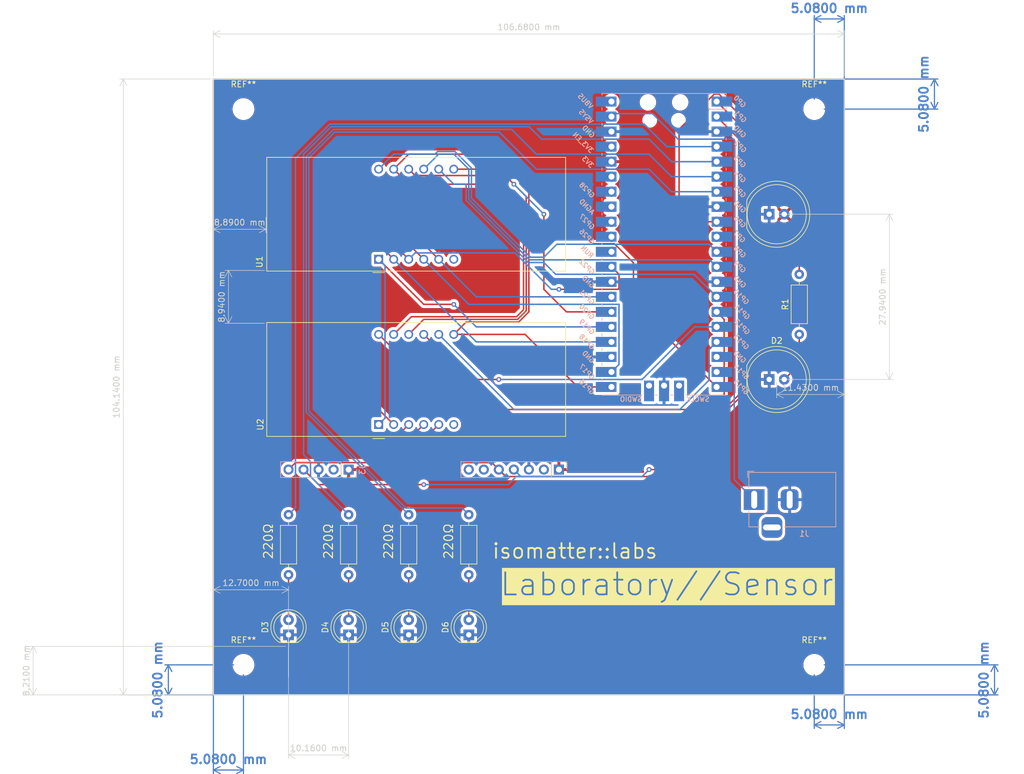
<source format=kicad_pcb>
(kicad_pcb (version 20221018) (generator pcbnew)
  (layers (0 "F.Cu" signal) (31 "B.Cu" signal) (34 "B.Paste" user) (35 "F.Paste" user) (36 "B.SilkS" user "B.Silkscreen") (37 "F.SilkS" user "F.Silkscreen") (38 "B.Mask" user) (39 "F.Mask" user) (44 "Edge.Cuts" user))
  (net 0 "")
  (net 1 "Net-(U1-e)")
  (net 2 "Net-(U1-d)")
  (net 3 "Net-(U1-DPX)")
  (net 4 "Net-(U1-c)")
  (net 5 "Net-(U1-g)")
  (net 7 "Net-(U1-b)")
  (net 8 "/SEL_R_3")
  (net 9 "/SEL_R_2")
  (net 10 "Net-(U1-f)")
  (net 11 "Net-(U1-a)")
  (net 12 "/SEL_R_1")
  (net 14 "/SEL_G_3")
  (net 15 "/SEL_G_2")
  (net 16 "/SEL_G_1")
  (net 17 "/SDA")
  (net 18 "GND")
  (net 19 "+3V3")
  (net 20 "/SCL")
  (net 21 "/ERR")
  (net 22 "Net-(D2-A)")
  (net 23 "Net-(D3-A)")
  (net 24 "Net-(D4-A)")
  (net 25 "Net-(D5-A)")
  (net 26 "Net-(D6-A)")
  (net 27 "+5V")
  (net 28 "/PROG_1")
  (net 29 "/PROG_2")
  (net 30 "/PROG_3")
  (net 31 "/PROG_4")
  (footprint "MountingHole:MountingHole_3.2mm_M3" (layer "F.Cu") (at 60.96 129.54)
    (fp_text reference "REF**")
    (fp_text value "MountingHole_3.2mm_M3")
  )
  (footprint "LED_THT:LED_D5.0mm" (layer "F.Cu") (at 68.58 124.46 90)
    (fp_text reference "D3")
    (fp_text value "PROG_LED_1")
  )
  (footprint "Resistor_THT:R_Axial_DIN0207_L6.3mm_D2.5mm_P10.16mm_Horizontal" (layer "F.Cu") (at 154.94 73.66 90)
    (fp_text reference "R1")
    (fp_text value "R_US")
  )
  (footprint "LED_THT:LED_D5.0mm" (layer "F.Cu") (at 78.74 124.46 90)
    (fp_text reference "D4")
    (fp_text value "PROG_LED_2")
  )
  (footprint "LED_THT:LED_D5.0mm" (layer "F.Cu") (at 99.06 124.46 90)
    (fp_text reference "D6")
    (fp_text value "PROG_LED_4")
  )
  (footprint "LED_THT:LED_D5.0mm" (layer "F.Cu") (at 88.9 124.46 90)
    (fp_text reference "D5")
    (fp_text value "PROG_LED_3")
  )
  (footprint "Resistor_THT:R_Axial_DIN0207_L6.3mm_D2.5mm_P10.16mm_Horizontal" (layer "F.Cu") (at 99.06 114.3 90)
    (fp_text reference "R5" hide)
    (fp_text value "R_US")
  )
  (footprint "LED_THT:LED_D10.0mm" (layer "F.Cu") (at 149.86 53.34)
    (fp_text reference "D1" hide)
    (fp_text value "PWR_LED")
  )
  (footprint "Resistor_THT:R_Axial_DIN0207_L6.3mm_D2.5mm_P10.16mm_Horizontal" (layer "F.Cu") (at 88.9 114.3 90)
    (fp_text reference "R4" hide)
    (fp_text value "R_US")
  )
  (footprint "LED_THT:LED_D10.0mm" (layer "F.Cu") (at 149.86 81.28)
    (fp_text reference "D2")
    (fp_text value "ERR_LED")
  )
  (footprint "Display_7Segment:CA56-12SYKWA" (layer "F.Cu") (at 83.82 88.9 90)
    (fp_text reference "U2")
    (fp_text value "CA56-12SYKWA" hide)
  )
  (footprint "Resistor_THT:R_Axial_DIN0207_L6.3mm_D2.5mm_P10.16mm_Horizontal" (layer "F.Cu") (at 68.58 114.3 90)
    (fp_text reference "R2" hide)
    (fp_text value "R_US")
  )
  (footprint "Resistor_THT:R_Axial_DIN0207_L6.3mm_D2.5mm_P10.16mm_Horizontal" (layer "F.Cu") (at 78.74 114.3 90)
    (fp_text reference "R3" hide)
    (fp_text value "R_US")
  )
  (footprint "MountingHole:MountingHole_3.2mm_M3" (layer "F.Cu") (at 157.48 35.56)
    (fp_text reference "REF**")
    (fp_text value "MountingHole_3.2mm_M3")
  )
  (footprint "MountingHole:MountingHole_3.2mm_M3" (layer "F.Cu") (at 60.96 35.56)
    (fp_text reference "REF**")
    (fp_text value "MountingHole_3.2mm_M3")
  )
  (footprint "Display_7Segment:CA56-12CGKWA" (layer "F.Cu") (at 83.82 60.96 90)
    (fp_text reference "U1")
    (fp_text value "CC56-12CGKWA" hide)
  )
  (footprint "MountingHole:MountingHole_3.2mm_M3" (layer "F.Cu") (at 157.48 129.54)
    (fp_text reference "REF**")
    (fp_text value "MountingHole_3.2mm_M3")
  )
  (footprint "Connector_BarrelJack:BarrelJack_Horizontal" (layer "B.Cu") (at 147.32 101.6 180)
    (fp_text reference "J1")
    (fp_text value "Barrel_Jack")
  )
  (footprint "MCU_RaspberryPi_and_Boards:RPi_Pico_SMD_TH" (layer "B.Cu") (at 132.08 58.42 180)
    (fp_text reference "U3" hide)
    (fp_text value "Pico")
  )
  (footprint "Connector_PinSocket_2.54mm:PinSocket_1x07_P2.54mm_Vertical" (layer "B.Cu") (at 114.3 96.52 90)
    (fp_text reference "J2" hide)
    (fp_text value "PMSA003I - Air Quality Sensor" hide)
  )
  (footprint "Connector_PinHeader_2.54mm:PinHeader_1x05_P2.54mm_Vertical" (layer "B.Cu") (at 78.74 96.52 90)
    (fp_text reference "J3")
    (fp_text value "Conn_01x05_Pin")
  )
  (gr_rect (start 55.88 30.48) (end 162.56 134.62) (stroke (width 0.2)) (fill none) (layer "F.Cu"))
  (gr_rect (start 55.88 30.48) (end 162.56 134.62) (stroke (width 0.2)) (fill none) (layer "Edge.Cuts"))
  (gr_text "220Ω" (at 66.04 111.76 90) (layer "F.SilkS") (effects (font (size 1.5 1.5) (thickness 0.1875)) (justify left bottom)))
  (gr_text "220Ω" (at 86.36 111.76 90) (layer "F.SilkS") (effects (font (size 1.5 1.5) (thickness 0.1875)) (justify left bottom)))
  (gr_text "isomatter::labs" (at 102.87 111.76) (layer "F.SilkS") (effects (font (size 2.5 2.5) (thickness 0.3) bold) (justify left bottom)))
  (gr_text "220Ω" (at 76.2 111.76 90) (layer "F.SilkS") (effects (font (size 1.5 1.5) (thickness 0.1875)) (justify left bottom)))
  (gr_text "Laboratory//Sensor" (at 104.14 118.11) (layer "F.SilkS" knockout) (effects (font (size 3.75 3.75) (thickness 0.3) bold) (justify left bottom)))
  (gr_text "220Ω" (at 96.52 111.76 90) (layer "F.SilkS") (effects (font (size 1.5 1.5) (thickness 0.1875)) (justify left bottom)))
  (dimension (type aligned) (layer "B.Cu") (pts (xy 157.48 35.56) (xy 157.48 30.48)) (height 20.32) (gr_text "5.0800 mm" (at 176 33.02 90) (layer "B.Cu") (effects (font (size 1.5 1.5) (thickness 0.3)))) (format (prefix "") (suffix "") (units 3) (units_format 1) (precision 4)) (style (thickness 0.2) (arrow_length 1.27) (text_position_mode 0) (extension_height 0.58642) (extension_offset 0.5) keep_text_aligned))
  (dimension (type aligned) (layer "B.Cu") (pts (xy 157.48 35.56) (xy 162.56 35.56)) (height -15.24) (gr_text "5.0800 mm" (at 160.02 18.52) (layer "B.Cu") (effects (font (size 1.5 1.5) (thickness 0.3)))) (format (prefix "") (suffix "") (units 3) (units_format 1) (precision 4)) (style (thickness 0.2) (arrow_length 1.27) (text_position_mode 0) (extension_height 0.58642) (extension_offset 0.5) keep_text_aligned))
  (dimension (type aligned) (layer "B.Cu") (pts (xy 60.96 129.54) (xy 60.96 134.62)) (height 12.7) (gr_text "5.0800 mm" (at 46.46 132.08 90) (layer "B.Cu") (effects (font (size 1.5 1.5) (thickness 0.3)))) (format (prefix "") (suffix "") (units 3) (units_format 1) (precision 4)) (style (thickness 0.2) (arrow_length 1.27) (text_position_mode 0) (extension_height 0.58642) (extension_offset 0.5) keep_text_aligned))
  (dimension (type aligned) (layer "B.Cu") (pts (xy 60.96 129.54) (xy 55.88 129.54)) (height -17.78) (gr_text "5.0800 mm" (at 58.42 145.52) (layer "B.Cu") (effects (font (size 1.5 1.5) (thickness 0.3)))) (format (prefix "") (suffix "") (units 3) (units_format 1) (precision 4)) (style (thickness 0.2) (arrow_length 1.27) (text_position_mode 0) (extension_height 0.58642) (extension_offset 0.5) keep_text_aligned))
  (dimension (type aligned) (layer "B.Cu") (pts (xy 157.48 129.54) (xy 157.48 134.62)) (height -30.48) (gr_text "5.0800 mm" (at 186.16 132.08 90) (layer "B.Cu") (effects (font (size 1.5 1.5) (thickness 0.3)))) (format (prefix "") (suffix "") (units 3) (units_format 1) (precision 4)) (style (thickness 0.2) (arrow_length 1.27) (text_position_mode 0) (extension_height 0.58642) (extension_offset 0.5) keep_text_aligned))
  (dimension (type aligned) (layer "B.Cu") (pts (xy 157.48 129.54) (xy 162.56 129.54)) (height 10.16) (gr_text "5.0800 mm" (at 160.02 137.9) (layer "B.Cu") (effects (font (size 1.5 1.5) (thickness 0.3)))) (format (prefix "") (suffix "") (units 3) (units_format 1) (precision 4)) (style (thickness 0.2) (arrow_length 1.27) (text_position_mode 0) (extension_height 0.58642) (extension_offset 0.5) keep_text_aligned))
  (dimension (type aligned) (layer "Edge.Cuts") (pts (xy 68.58 123.19) (xy 78.74 123.19)) (height 21.59) (gr_text "10.1600 mm" (at 73.66 143.63) (layer "Edge.Cuts") (effects (font (size 1 1) (thickness 0.15)))) (format (prefix "") (suffix "") (units 3) (units_format 1) (precision 4)) (style (thickness 0.1) (arrow_length 1.27) (text_position_mode 0) (extension_height 0.58642) (extension_offset 0.5) keep_text_aligned))
  (dimension (type aligned) (layer "Edge.Cuts") (pts (xy 162.56 30.48) (xy 55.88 30.48)) (height 7.619999) (gr_text "106.6800 mm" (at 109.22 21.710001) (layer "Edge.Cuts") (effects (font (size 1 1) (thickness 0.15)))) (format (prefix "") (suffix "") (units 3) (units_format 1) (precision 4)) (style (thickness 0.1) (arrow_length 1.27) (text_position_mode 0) (extension_height 0.58642) (extension_offset 0.5) keep_text_aligned))
  (dimension (type aligned) (layer "Edge.Cuts") (pts (xy 55.88 30.48) (xy 55.88 134.62)) (height 15.24) (gr_text "104.1400 mm" (at 39.49 82.55 90) (layer "Edge.Cuts") (effects (font (size 1 1) (thickness 0.15)))) (format (prefix "") (suffix "") (units 3) (units_format 1) (precision 4)) (style (thickness 0.1) (arrow_length 1.27) (text_position_mode 0) (extension_height 0.58642) (extension_offset 0.5) keep_text_aligned))
  (dimension (type aligned) (layer "Edge.Cuts") (pts (xy 68.58 132.08) (xy 55.88 132.08)) (height 15.239999) (gr_text "12.7000 mm" (at 62.23 115.690001) (layer "Edge.Cuts") (effects (font (size 1 1) (thickness 0.15)))) (format (prefix "") (suffix "") (units 3) (units_format 1) (precision 4)) (style (thickness 0.1) (arrow_length 1.27) (text_position_mode 0) (extension_height 0.58642) (extension_offset 0.5) keep_text_aligned))
  (dimension (type aligned) (layer "Edge.Cuts") (pts (xy 151.13 53.34) (xy 151.13 81.28)) (height -19.05) (gr_text "27.9400 mm" (at 169.03 67.31 90) (layer "Edge.Cuts") (effects (font (size 1 1) (thickness 0.15)))) (format (prefix "") (suffix "") (units 3) (units_format 1) (precision 4)) (style (thickness 0.1) (arrow_length 1.27) (text_position_mode 0) (extension_height 0.58642) (extension_offset 0.5) keep_text_aligned))
  (dimension (type aligned) (layer "Edge.Cuts") (pts (xy 65.02 62.84) (xy 65.02 71.78)) (height 6.6) (gr_text "8.9400 mm" (at 57.27 67.31 90) (layer "Edge.Cuts") (effects (font (size 1 1) (thickness 0.15)))) (format (prefix "") (suffix "") (units 3) (units_format 1) (precision 4)) (style (thickness 0.1) (arrow_length 1.27) (text_position_mode 0) (extension_height 0.58642) (extension_offset 0.5) keep_text_aligned))
  (dimension (type aligned) (layer "Edge.Cuts") (pts (xy 68.58 126.41) (xy 68.58 134.62)) (height 43.18) (gr_text "8.2100 mm" (at 24.25 130.515 90) (layer "Edge.Cuts") (effects (font (size 1 1) (thickness 0.15)))) (format (prefix "") (suffix "") (units 3) (units_format 1) (precision 4)) (style (thickness 0.1) (arrow_length 1.27) (text_position_mode 0) (extension_height 0.58642) (extension_offset 0.5) keep_text_aligned))
  (dimension (type aligned) (layer "Edge.Cuts") (pts (xy 151.13 81.28) (xy 162.56 81.28)) (height 2.54) (gr_text "11.4300 mm" (at 156.845 82.67) (layer "Edge.Cuts") (effects (font (size 1 1) (thickness 0.15)))) (format (prefix "") (suffix "") (units 3) (units_format 1) (precision 4)) (style (thickness 0.1) (arrow_length 1.27) (text_position_mode 0) (extension_height 0.58642) (extension_offset 0.5) keep_text_aligned))
  (dimension (type aligned) (layer "Edge.Cuts") (pts (xy 64.77 53.34) (xy 55.88 53.34)) (height -2.54) (gr_text "8.8900 mm" (at 60.325 54.73) (layer "Edge.Cuts") (effects (font (size 1 1) (thickness 0.15)))) (format (prefix "") (suffix "") (units 3) (units_format 1) (precision 4)) (style (thickness 0.1) (arrow_length 1.27) (text_position_mode 0) (extension_height 0.58642) (extension_offset 0.5) keep_text_aligned))
  (segment (start 96.52 68.58) (end 91.44 68.58) (width 0.25) (layer "F.Cu") (net 1))
  (segment (start 91.44 68.58) (end 83.82 60.96) (width 0.25) (layer "F.Cu") (net 1))
  (via (at 96.52 68.58) (size 0.8) (drill 0.4) (layers "F.Cu" "B.Cu") (net 1))
  (segment (start 84.895 62.035) (end 84.895 87.825) (width 0.25) (layer "B.Cu") (net 1))
  (segment (start 83.82 60.96) (end 84.895 62.035) (width 0.25) (layer "B.Cu") (net 1))
  (segment (start 123.19 72.39) (end 100.33 72.39) (width 0.25) (layer "B.Cu") (net 1))
  (segment (start 84.895 87.825) (end 83.82 88.9) (width 0.25) (layer "B.Cu") (net 1))
  (segment (start 100.33 72.39) (end 96.52 68.58) (width 0.25) (layer "B.Cu") (net 1))
  (segment (start 83.82 58.42) (end 81.28 58.42) (width 0.25) (layer "F.Cu") (net 2))
  (segment (start 78.74 60.96) (end 78.74 81.28) (width 0.25) (layer "F.Cu") (net 2))
  (segment (start 78.74 81.28) (end 86.36 88.9) (width 0.25) (layer "F.Cu") (net 2))
  (segment (start 86.36 60.96) (end 83.82 58.42) (width 0.25) (layer "F.Cu") (net 2))
  (segment (start 81.28 58.42) (end 78.74 60.96) (width 0.25) (layer "F.Cu") (net 2))
  (segment (start 86.36 60.96) (end 100.33 74.93) (width 0.25) (layer "B.Cu") (net 2))
  (segment (start 100.33 74.93) (end 123.19 74.93) (width 0.25) (layer "B.Cu") (net 2))
  (segment (start 124.46 63.5) (end 123.19 62.23) (width 0.25) (layer "F.Cu") (net 3))
  (segment (start 88.9 60.96) (end 85.91 57.97) (width 0.25) (layer "F.Cu") (net 3))
  (segment (start 124.27 66.04) (end 114.3 66.04) (width 0.25) (layer "F.Cu") (net 3))
  (segment (start 86.36 91.44) (end 88.9 88.9) (width 0.25) (layer "F.Cu") (net 3))
  (segment (start 81.093604 57.97) (end 78.29 60.773604) (width 0.25) (layer "F.Cu") (net 3))
  (segment (start 85.91 57.97) (end 81.093604 57.97) (width 0.25) (layer "F.Cu") (net 3))
  (segment (start 83.82 91.44) (end 86.36 91.44) (width 0.25) (layer "F.Cu") (net 3))
  (segment (start 78.29 60.773604) (end 78.29 81.466396) (width 0.25) (layer "F.Cu") (net 3))
  (segment (start 78.29 81.466396) (end 81.28 84.456396) (width 0.25) (layer "F.Cu") (net 3))
  (segment (start 81.28 84.456396) (end 81.28 88.9) (width 0.25) (layer "F.Cu") (net 3))
  (segment (start 81.28 88.9) (end 83.82 91.44) (width 0.25) (layer "F.Cu") (net 3))
  (segment (start 124.46 63.5) (end 124.46 65.85) (width 0.25) (layer "F.Cu") (net 3))
  (segment (start 124.46 65.85) (end 124.27 66.04) (width 0.25) (layer "F.Cu") (net 3))
  (via (at 114.3 66.04) (size 0.8) (drill 0.4) (layers "F.Cu" "B.Cu") (net 3))
  (segment (start 106.872208 59.885) (end 113.027208 66.04) (width 0.25) (layer "B.Cu") (net 3))
  (segment (start 89.975 59.885) (end 106.872208 59.885) (width 0.25) (layer "B.Cu") (net 3))
  (segment (start 88.9 60.96) (end 89.975 59.885) (width 0.25) (layer "B.Cu") (net 3))
  (segment (start 113.027208 66.04) (end 114.3 66.04) (width 0.25) (layer "B.Cu") (net 3))
  (segment (start 86.678198 58.101802) (end 88.581802 58.101802) (width 0.25) (layer "F.Cu") (net 4))
  (segment (start 86.678198 91.758198) (end 86.546396 91.89) (width 0.25) (layer "F.Cu") (net 4))
  (segment (start 77.84 81.652792) (end 77.84 60.587208) (width 0.25) (layer "F.Cu") (net 4))
  (segment (start 80.643604 88.9) (end 80.643604 84.456396) (width 0.25) (layer "F.Cu") (net 4))
  (segment (start 77.84 60.587208) (end 80.907208 57.52) (width 0.25) (layer "F.Cu") (net 4))
  (segment (start 88.581802 91.758198) (end 86.678198 91.758198) (width 0.25) (layer "F.Cu") (net 4))
  (segment (start 91.44 88.9) (end 88.581802 91.758198) (width 0.25) (layer "F.Cu") (net 4))
  (segment (start 86.546396 91.89) (end 83.633604 91.89) (width 0.25) (layer "F.Cu") (net 4))
  (segment (start 80.643604 84.456396) (end 77.84 81.652792) (width 0.25) (layer "F.Cu") (net 4))
  (segment (start 88.581802 58.101802) (end 91.44 60.96) (width 0.25) (layer "F.Cu") (net 4))
  (segment (start 83.633604 91.89) (end 80.643604 88.9) (width 0.25) (layer "F.Cu") (net 4))
  (segment (start 86.096396 57.52) (end 86.678198 58.101802) (width 0.25) (layer "F.Cu") (net 4))
  (segment (start 80.907208 57.52) (end 86.096396 57.52) (width 0.25) (layer "F.Cu") (net 4))
  (segment (start 99.06 68.58) (end 124.46 68.58) (width 0.25) (layer "B.Cu") (net 4))
  (segment (start 91.44 60.96) (end 99.06 68.58) (width 0.25) (layer "B.Cu") (net 4))
  (segment (start 124.46 68.58) (end 124.46 78.74) (width 0.25) (layer "B.Cu") (net 4))
  (segment (start 124.46 78.74) (end 123.19 80.01) (width 0.25) (layer "B.Cu") (net 4))
  (segment (start 88.636396 92.34) (end 89.218198 91.758198) (width 0.25) (layer "F.Cu") (net 5))
  (segment (start 86.282792 57.07) (end 80.720812 57.07) (width 0.25) (layer "F.Cu") (net 5))
  (segment (start 89.218198 91.758198) (end 91.121802 91.758198) (width 0.25) (layer "F.Cu") (net 5))
  (segment (start 77.39 60.400812) (end 77.39 81.839188) (width 0.25) (layer "F.Cu") (net 5))
  (segment (start 80.720812 57.07) (end 77.39 60.400812) (width 0.25) (layer "F.Cu") (net 5))
  (segment (start 93.98 60.96) (end 90.671802 57.651802) (width 0.25) (layer "F.Cu") (net 5))
  (segment (start 77.39 81.839188) (end 80.193604 84.642792) (width 0.25) (layer "F.Cu") (net 5))
  (segment (start 80.193604 89.086396) (end 83.447208 92.34) (width 0.25) (layer "F.Cu") (net 5))
  (segment (start 90.671802 57.651802) (end 86.864594 57.651802) (width 0.25) (layer "F.Cu") (net 5))
  (segment (start 83.447208 92.34) (end 88.636396 92.34) (width 0.25) (layer "F.Cu") (net 5))
  (segment (start 91.121802 91.758198) (end 93.98 88.9) (width 0.25) (layer "F.Cu") (net 5))
  (segment (start 86.864594 57.651802) (end 86.282792 57.07) (width 0.25) (layer "F.Cu") (net 5))
  (segment (start 80.193604 84.642792) (end 80.193604 89.086396) (width 0.25) (layer "F.Cu") (net 5))
  (segment (start 93.98 60.96) (end 100.33 67.31) (width 0.25) (layer "B.Cu") (net 5))
  (segment (start 100.33 67.31) (end 123.19 67.31) (width 0.25) (layer "B.Cu") (net 5))
  (segment (start 123.19 82.55) (end 117.473604 82.55) (width 0.25) (layer "F.Cu") (net 7))
  (segment (start 98.61 71.57) (end 96.52 73.66) (width 0.25) (layer "F.Cu") (net 7))
  (segment (start 106.68 45.72) (end 109.22 48.26) (width 0.25) (layer "F.Cu") (net 7))
  (segment (start 109.22 48.26) (end 109.22 69.852792) (width 0.25) (layer "F.Cu") (net 7))
  (segment (start 107.502792 71.57) (end 98.61 71.57) (width 0.25) (layer "F.Cu") (net 7))
  (segment (start 117.473604 82.55) (end 108.583604 73.66) (width 0.25) (layer "F.Cu") (net 7))
  (segment (start 96.52 45.72) (end 106.68 45.72) (width 0.25) (layer "F.Cu") (net 7))
  (segment (start 108.583604 73.66) (end 96.52 73.66) (width 0.25) (layer "F.Cu") (net 7))
  (segment (start 109.22 69.852792) (end 107.502792 71.57) (width 0.25) (layer "F.Cu") (net 7))
  (segment (start 93.98 45.72) (end 96.52 48.26) (width 0.25) (layer "B.Cu") (net 8))
  (segment (start 98.61 50.986396) (end 109.128604 61.505) (width 0.25) (layer "B.Cu") (net 8))
  (segment (start 109.128604 61.505) (end 111.76 61.505) (width 0.25) (layer "B.Cu") (net 8))
  (segment (start 111.76 61.505) (end 113.755 63.5) (width 0.25) (layer "B.Cu") (net 8))
  (segment (start 113.755 63.5) (end 137.16 63.5) (width 0.25) (layer "B.Cu") (net 8))
  (segment (start 96.52 48.26) (end 98.61 48.26) (width 0.25) (layer "B.Cu") (net 8))
  (segment (start 98.61 48.26) (end 98.61 50.986396) (width 0.25) (layer "B.Cu") (net 8))
  (segment (start 137.16 63.5) (end 140.97 67.31) (width 0.25) (layer "B.Cu") (net 8))
  (segment (start 99.06 50.8) (end 99.06 45.72) (width 0.25) (layer "B.Cu") (net 9))
  (segment (start 139.795 61.055) (end 140.97 62.23) (width 0.25) (layer "B.Cu") (net 9))
  (segment (start 93.98 43.18) (end 91.44 45.72) (width 0.25) (layer "B.Cu") (net 9))
  (segment (start 99.06 45.72) (end 96.52 43.18) (width 0.25) (layer "B.Cu") (net 9))
  (segment (start 99.06 50.8) (end 109.315 61.055) (width 0.25) (layer "B.Cu") (net 9))
  (segment (start 109.315 61.055) (end 139.795 61.055) (width 0.25) (layer "B.Cu") (net 9))
  (segment (start 96.52 43.18) (end 93.98 43.18) (width 0.25) (layer "B.Cu") (net 9))
  (segment (start 105.215 46.795) (end 106.68 48.26) (width 0.25) (layer "F.Cu") (net 10))
  (segment (start 108.77 50.35) (end 108.77 69.666396) (width 0.25) (layer "F.Cu") (net 10))
  (segment (start 123.19 69.85) (end 115.57 69.85) (width 0.25) (layer "F.Cu") (net 10))
  (segment (start 91.44 71.12) (end 88.9 73.66) (width 0.25) (layer "F.Cu") (net 10))
  (segment (start 108.77 69.666396) (end 107.316396 71.12) (width 0.25) (layer "F.Cu") (net 10))
  (segment (start 115.57 69.85) (end 111.76 66.04) (width 0.25) (layer "F.Cu") (net 10))
  (segment (start 111.76 66.04) (end 111.76 53.34) (width 0.25) (layer "F.Cu") (net 10))
  (segment (start 89.975 46.795) (end 105.215 46.795) (width 0.25) (layer "F.Cu") (net 10))
  (segment (start 107.316396 71.12) (end 91.44 71.12) (width 0.25) (layer "F.Cu") (net 10))
  (segment (start 106.68 48.26) (end 108.77 50.35) (width 0.25) (layer "F.Cu") (net 10))
  (segment (start 88.9 45.72) (end 89.975 46.795) (width 0.25) (layer "F.Cu") (net 10))
  (via (at 111.76 53.34) (size 0.8) (drill 0.4) (layers "F.Cu" "B.Cu") (net 10))
  (via (at 106.68 48.26) (size 0.8) (drill 0.4) (layers "F.Cu" "B.Cu") (net 10))
  (segment (start 111.76 53.34) (end 106.68 48.26) (width 0.25) (layer "B.Cu") (net 10))
  (segment (start 123.676701 58.325) (end 119.921396 58.325) (width 0.25) (layer "F.Cu") (net 11))
  (segment (start 104.14 48.26) (end 108.32 52.44) (width 0.25) (layer "F.Cu") (net 11))
  (segment (start 108.32 69.48) (end 107.13 70.67) (width 0.25) (layer "F.Cu") (net 11))
  (segment (start 126.905 61.553299) (end 123.676701 58.325) (width 0.25) (layer "F.Cu") (net 11))
  (segment (start 108.32 52.44) (end 108.32 69.48) (width 0.25) (layer "F.Cu") (net 11))
  (segment (start 107.13 70.67) (end 89.35 70.67) (width 0.25) (layer "F.Cu") (net 11))
  (segment (start 140.97 82.55) (end 126.905 68.485) (width 0.25) (layer "F.Cu") (net 11))
  (segment (start 119.921396 58.325) (end 104.776396 43.18) (width 0.25) (layer "F.Cu") (net 11))
  (segment (start 86.36 45.72) (end 88.9 48.26) (width 0.25) (layer "F.Cu") (net 11))
  (segment (start 88.9 48.26) (end 104.14 48.26) (width 0.25) (layer "F.Cu") (net 11))
  (segment (start 89.35 70.67) (end 86.36 73.66) (width 0.25) (layer "F.Cu") (net 11))
  (segment (start 88.9 43.18) (end 86.36 45.72) (width 0.25) (layer "F.Cu") (net 11))
  (segment (start 126.905 68.485) (end 126.905 61.553299) (width 0.25) (layer "F.Cu") (net 11))
  (segment (start 104.776396 43.18) (end 88.9 43.18) (width 0.25) (layer "F.Cu") (net 11))
  (segment (start 139.7 58.42) (end 140.97 59.69) (width 0.25) (layer "B.Cu") (net 12))
  (segment (start 111.76 60.605) (end 113.945 58.42) (width 0.25) (layer "B.Cu") (net 12))
  (segment (start 93.793604 42.73) (end 96.706396 42.73) (width 0.25) (layer "B.Cu") (net 12))
  (segment (start 99.51 45.533604) (end 99.51 50.613604) (width 0.25) (layer "B.Cu") (net 12))
  (segment (start 99.51 50.613604) (end 109.501396 60.605) (width 0.25) (layer "B.Cu") (net 12))
  (segment (start 86.36 43.18) (end 93.343604 43.18) (width 0.25) (layer "B.Cu") (net 12))
  (segment (start 83.82 45.72) (end 86.36 43.18) (width 0.25) (layer "B.Cu") (net 12))
  (segment (start 96.706396 42.73) (end 99.51 45.533604) (width 0.25) (layer "B.Cu") (net 12))
  (segment (start 109.501396 60.605) (end 111.76 60.605) (width 0.25) (layer "B.Cu") (net 12))
  (segment (start 113.945 58.42) (end 139.7 58.42) (width 0.25) (layer "B.Cu") (net 12))
  (segment (start 93.343604 43.18) (end 93.793604 42.73) (width 0.25) (layer "B.Cu") (net 12))
  (segment (start 134.73 86.36) (end 139.7 81.39) (width 0.25) (layer "B.Cu") (net 14))
  (segment (start 106.68 86.36) (end 134.73 86.36) (width 0.25) (layer "B.Cu") (net 14))
  (segment (start 139.7 81.39) (end 139.7 76.2) (width 0.25) (layer "B.Cu") (net 14))
  (segment (start 93.98 73.66) (end 106.68 86.36) (width 0.25) (layer "B.Cu") (net 14))
  (segment (start 139.7 76.2) (end 140.97 74.93) (width 0.25) (layer "B.Cu") (net 14))
  (segment (start 104.14 81.28) (end 99.06 81.28) (width 0.25) (layer "F.Cu") (net 15))
  (segment (start 99.06 81.28) (end 91.44 73.66) (width 0.25) (layer "F.Cu") (net 15))
  (via (at 104.14 81.28) (size 0.8) (drill 0.4) (layers "F.Cu" "B.Cu") (net 15))
  (via (at 104.14 81.28) (size 0.8) (drill 0.4) (layers "F.Cu" "B.Cu") (net 15))
  (segment (start 128.365 81.28) (end 137.255 72.39) (width 0.25) (layer "B.Cu") (net 15))
  (segment (start 137.255 72.39) (end 140.97 72.39) (width 0.25) (layer "B.Cu") (net 15))
  (segment (start 104.14 81.28) (end 128.365 81.28) (width 0.25) (layer "B.Cu") (net 15))
  (segment (start 139.7 86.36) (end 142.24 83.82) (width 0.25) (layer "F.Cu") (net 16))
  (segment (start 83.82 73.66) (end 96.52 86.36) (width 0.25) (layer "F.Cu") (net 16))
  (segment (start 96.52 86.36) (end 139.7 86.36) (width 0.25) (layer "F.Cu") (net 16))
  (segment (start 142.24 71.12) (end 140.97 69.85) (width 0.25) (layer "F.Cu") (net 16))
  (segment (start 142.24 83.82) (end 142.24 71.12) (width 0.25) (layer "F.Cu") (net 16))
  (segment (start 105.315 97.695) (end 104.14 96.52) (width 0.25) (layer "F.Cu") (net 17))
  (segment (start 105.315 97.695) (end 102.965 95.345) (width 0.25) (layer "F.Cu") (net 17))
  (segment (start 145.23 38.55) (end 145.23 84.006396) (width 0.25) (layer "F.Cu") (net 17))
  (segment (start 102.965 95.345) (end 69.755 95.345) (width 0.25) (layer "F.Cu") (net 17))
  (segment (start 140.97 34.29) (end 145.23 38.55) (width 0.25) (layer "F.Cu") (net 17))
  (segment (start 69.755 95.345) (end 68.58 96.52) (width 0.25) (layer "F.Cu") (net 17))
  (segment (start 131.541396 97.695) (end 105.315 97.695) (width 0.25) (layer "F.Cu") (net 17))
  (segment (start 145.23 84.006396) (end 131.541396 97.695) (width 0.25) (layer "F.Cu") (net 17))
  (segment (start 144.78 40.64) (end 144.78 83.82) (width 0.25) (layer "F.Cu") (net 20))
  (segment (start 73.66 99.06) (end 71.12 96.52) (width 0.25) (layer "F.Cu") (net 20))
  (segment (start 140.97 36.83) (end 144.78 40.64) (width 0.25) (layer "F.Cu") (net 20))
  (segment (start 91.44 99.06) (end 73.66 99.06) (width 0.25) (layer "F.Cu") (net 20))
  (segment (start 132.08 96.52) (end 129.54 96.52) (width 0.25) (layer "F.Cu") (net 20))
  (segment (start 144.78 83.82) (end 132.08 96.52) (width 0.25) (layer "F.Cu") (net 20))
  (via (at 91.44 99.06) (size 0.8) (drill 0.4) (layers "F.Cu" "B.Cu") (net 20))
  (via (at 129.54 96.52) (size 0.8) (drill 0.4) (layers "F.Cu" "B.Cu") (net 20))
  (via (at 129.54 96.52) (size 0.8) (drill 0.4) (layers "F.Cu" "B.Cu") (net 20))
  (segment (start 107.855 97.695) (end 107.095991 97.695) (width 0.25) (layer "B.Cu") (net 20))
  (segment (start 107.855 97.695) (end 106.68 96.52) (width 0.25) (layer "B.Cu") (net 20))
  (segment (start 129.54 96.52) (end 128.365 97.695) (width 0.25) (layer "B.Cu") (net 20))
  (segment (start 128.365 97.695) (end 107.855 97.695) (width 0.25) (layer "B.Cu") (net 20))
  (segment (start 107.095991 97.695) (end 105.730991 99.06) (width 0.25) (layer "B.Cu") (net 20))
  (segment (start 105.730991 99.06) (end 91.44 99.06) (width 0.25) (layer "B.Cu") (net 20))
  (segment (start 154.94 46.598299) (end 141.361701 33.02) (width 0.25) (layer "F.Cu") (net 21))
  (segment (start 140.578299 33.02) (end 134.62 38.978299) (width 0.25) (layer "F.Cu") (net 21))
  (segment (start 134.62 38.978299) (end 134.62 50.8) (width 0.25) (layer "F.Cu") (net 21))
  (segment (start 141.361701 33.02) (end 140.578299 33.02) (width 0.25) (layer "F.Cu") (net 21))
  (segment (start 138.43 54.61) (end 140.97 54.61) (width 0.25) (layer "F.Cu") (net 21))
  (segment (start 134.62 50.8) (end 138.43 54.61) (width 0.25) (layer "F.Cu") (net 21))
  (segment (start 154.94 63.5) (end 154.94 46.598299) (width 0.25) (layer "F.Cu") (net 21))
  (segment (start 154.94 73.66) (end 154.94 78.74) (width 0.25) (layer "F.Cu") (net 22))
  (segment (start 154.94 78.74) (end 152.4 81.28) (width 0.25) (layer "F.Cu") (net 22))
  (segment (start 68.58 114.3) (end 68.58 121.92) (width 0.25) (layer "F.Cu") (net 23))
  (segment (start 78.74 114.3) (end 78.74 121.92) (width 0.25) (layer "F.Cu") (net 24))
  (segment (start 88.9 114.3) (end 88.9 121.92) (width 0.25) (layer "F.Cu") (net 25))
  (segment (start 99.06 114.3) (end 99.06 121.92) (width 0.25) (layer "F.Cu") (net 26))
  (segment (start 123.695 36.325) (end 130.12099 36.325) (width 0.25) (layer "B.Cu") (net 27))
  (segment (start 143.945 40.735) (end 143.945 98.225) (width 0.25) (layer "B.Cu") (net 27))
  (segment (start 134.43599 40.64) (end 143.85 40.64) (width 0.25) (layer "B.Cu") (net 27))
  (segment (start 123.19 36.83) (end 123.695 36.325) (width 0.25) (layer "B.Cu") (net 27))
  (segment (start 130.12099 36.325) (end 134.43599 40.64) (width 0.25) (layer "B.Cu") (net 27))
  (segment (start 143.945 98.225) (end 147.32 101.6) (width 0.25) (layer "B.Cu") (net 27))
  (segment (start 143.85 40.64) (end 143.945 40.735) (width 0.25) (layer "B.Cu") (net 27))
  (segment (start 128.71401 38.1) (end 132.52401 41.91) (width 0.25) (layer "B.Cu") (net 28))
  (segment (start 69.755 43.908604) (end 75.563604 38.1) (width 0.25) (layer "B.Cu") (net 28))
  (segment (start 69.755 102.965) (end 69.755 43.908604) (width 0.25) (layer "B.Cu") (net 28))
  (segment (start 68.58 104.14) (end 69.755 102.965) (width 0.25) (layer "B.Cu") (net 28))
  (segment (start 75.563604 38.1) (end 128.71401 38.1) (width 0.25) (layer "B.Cu") (net 28))
  (segment (start 132.52401 41.91) (end 140.97 41.91) (width 0.25) (layer "B.Cu") (net 28))
  (segment (start 111.368299 40.64) (end 129.54 40.64) (width 0.25) (layer "B.Cu") (net 29))
  (segment (start 109.278299 38.55) (end 111.368299 40.64) (width 0.25) (layer "B.Cu") (net 29))
  (segment (start 71.12 43.18) (end 75.75 38.55) (width 0.25) (layer "B.Cu") (net 29))
  (segment (start 75.75 38.55) (end 109.278299 38.55) (width 0.25) (layer "B.Cu") (net 29))
  (segment (start 72.295 97.695) (end 72.295 95.155) (width 0.25) (layer "B.Cu") (net 29))
  (segment (start 71.12 93.98) (end 71.12 43.18) (width 0.25) (layer "B.Cu") (net 29))
  (segment (start 133.35 44.45) (end 140.97 44.45) (width 0.25) (layer "B.Cu") (net 29))
  (segment (start 78.74 104.14) (end 72.295 97.695) (width 0.25) (layer "B.Cu") (net 29))
  (segment (start 72.295 95.155) (end 71.12 93.98) (width 0.25) (layer "B.Cu") (net 29))
  (segment (start 129.54 40.64) (end 133.35 44.45) (width 0.25) (layer "B.Cu") (net 29))
  (segment (start 133.35 46.99) (end 140.97 46.99) (width 0.25) (layer "B.Cu") (net 30))
  (segment (start 76.2 39) (end 106.31 39) (width 0.25) (layer "B.Cu") (net 30))
  (segment (start 71.57 86.81) (end 71.57 43.63) (width 0.25) (layer "B.Cu") (net 30))
  (segment (start 71.57 43.63) (end 76.2 39) (width 0.25) (layer "B.Cu") (net 30))
  (segment (start 88.9 104.14) (end 71.57 86.81) (width 0.25) (layer "B.Cu") (net 30))
  (segment (start 129.54 43.18) (end 133.35 46.99) (width 0.25) (layer "B.Cu") (net 30))
  (segment (start 106.31 39) (end 110.49 43.18) (width 0.25) (layer "B.Cu") (net 30))
  (segment (start 110.49 43.18) (end 129.54 43.18) (width 0.25) (layer "B.Cu") (net 30))
  (segment (start 129.54 45.72) (end 133.35 49.53) (width 0.25) (layer "B.Cu") (net 31))
  (segment (start 72.02 86.623604) (end 72.02 43.816396) (width 0.25) (layer "B.Cu") (net 31))
  (segment (start 104.22 39.45) (end 110.49 45.72) (width 0.25) (layer "B.Cu") (net 31))
  (segment (start 88.411396 103.015) (end 72.02 86.623604) (width 0.25) (layer "B.Cu") (net 31))
  (segment (start 110.49 45.72) (end 129.54 45.72) (width 0.25) (layer "B.Cu") (net 31))
  (segment (start 99.06 104.14) (end 97.935 103.015) (width 0.25) (layer "B.Cu") (net 31))
  (segment (start 97.935 103.015) (end 88.411396 103.015) (width 0.25) (layer "B.Cu") (net 31))
  (segment (start 133.35 49.53) (end 140.97 49.53) (width 0.25) (layer "B.Cu") (net 31))
  (segment (start 72.02 43.816396) (end 76.386396 39.45) (width 0.25) (layer "B.Cu") (net 31))
  (segment (start 76.386396 39.45) (end 104.22 39.45) (width 0.25) (layer "B.Cu") (net 31))
  (zone (net 19) (net_name "+3V3") (layer "F.Cu") (connect_pads (clearance 0.5)) (min_thickness 0.25) (fill yes (thermal_gap 0.5) (thermal_bridge_width 0.5))
    (polygon (pts (xy 162.56 134.62) (xy 55.88 134.62) (xy 55.88 30.48) (xy 162.56 30.48)))
  )
  (zone (net 18) (net_name "GND") (layer "B.Cu") (priority 1) (connect_pads (clearance 0.5)) (min_thickness 0.25) (fill yes (thermal_gap 0.5) (thermal_bridge_width 0.5))
    (polygon (pts (xy 162.56 134.62) (xy 55.88 134.62) (xy 55.88 30.48) (xy 162.56 30.48)))
  )
)
</source>
